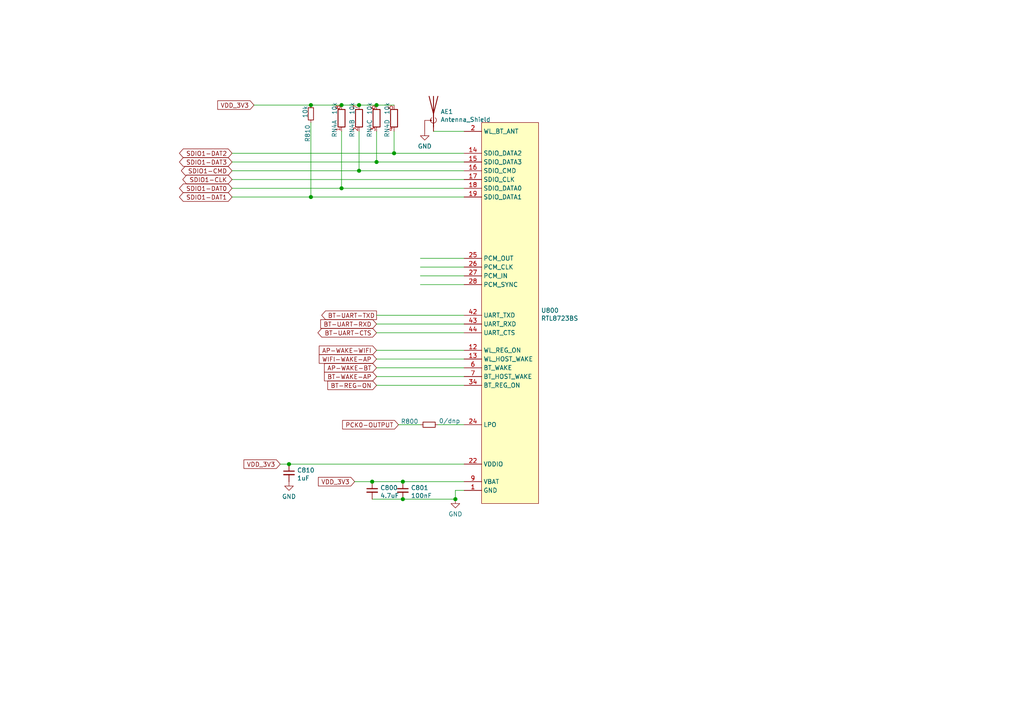
<source format=kicad_sch>
(kicad_sch (version 20210621) (generator eeschema)
  (paper "A4")
  (lib_symbols
    (symbol "Device:Antenna_Shield" (pin_numbers hide) (pin_names (offset 1.016) hide)
      (property "Reference" "AE" (at -1.905 4.445 0))
      (property "Value" "Antenna_Shield" (at -1.905 2.54 0))
      (symbol "Antenna_Shield_0_1"
        (arc (start 0 -2.667) (end -0.508 -1.143) (radius (at -0.0254 -1.8542) (length 0.8128) (angles -88.2 124.2)))
        (arc (start 0 -2.667) (end 0.508 -1.143) (radius (at 0.0254 -1.8542) (length 0.8128) (angles -91.8 55.8)))
        (circle (center 0.762 -1.905) (radius 0.1778) (fill (type outline)))
        (polyline (pts (xy 0 -2.54) (xy 0 0)))
        (polyline (pts (xy 0 5.08) (xy 0 -3.81)) (stroke (width 0.254)))
        (polyline (pts (xy 0.762 -1.905) (xy 2.54 -1.905)))
        (polyline (pts (xy 2.54 -2.54) (xy 2.54 -1.905)))
        (polyline (pts (xy 1.27 5.08) (xy 0 0) (xy -1.27 5.08)) (stroke (width 0.254)))
      )
      (symbol "Antenna_Shield_1_1"
        (pin input line (at 0 -5.08 90) (length 2.54) (name "A") (number "1"))
        (pin input line (at 2.54 -5.08 90) (length 2.54) (name "Shield") (number "2"))
      )
    )
    (symbol "Device:C_Small" (pin_numbers hide) (pin_names (offset 0.254) hide)
      (property "Reference" "C" (at 0.254 1.778 0))
      (property "Value" "C_Small" (at 0.254 -2.032 0))
      (symbol "C_Small_0_1"
        (polyline (pts (xy -1.524 -0.508) (xy 1.524 -0.508)) (stroke (width 0.3302)))
        (polyline (pts (xy -1.524 0.508) (xy 1.524 0.508)) (stroke (width 0.3048)))
      )
      (symbol "C_Small_1_1"
        (pin passive line (at 0 2.54 270) (length 2.032) (name "~") (number "1"))
        (pin passive line (at 0 -2.54 90) (length 2.032) (name "~") (number "2"))
      )
    )
    (symbol "Device:R_Pack04_Split" (pin_names (offset 0) hide)
      (property "Reference" "RN" (at 2.032 0 90))
      (property "Value" "R_Pack04_Split" (at 0 0 90))
      (symbol "R_Pack04_Split_0_1"
        (rectangle (start 1.016 2.54) (end -1.016 -2.54) (stroke (width 0.254)))
      )
      (symbol "R_Pack04_Split_1_1"
        (pin passive line (at 0 -3.81 90) (length 1.27) (name "R1.1") (number "1"))
        (pin passive line (at 0 3.81 270) (length 1.27) (name "R1.2") (number "8"))
      )
      (symbol "R_Pack04_Split_2_1"
        (pin passive line (at 0 -3.81 90) (length 1.27) (name "R2.1") (number "2"))
        (pin passive line (at 0 3.81 270) (length 1.27) (name "R2.2") (number "7"))
      )
      (symbol "R_Pack04_Split_3_1"
        (pin passive line (at 0 -3.81 90) (length 1.27) (name "R3.1") (number "3"))
        (pin passive line (at 0 3.81 270) (length 1.27) (name "R3.2") (number "6"))
      )
      (symbol "R_Pack04_Split_4_1"
        (pin passive line (at 0 -3.81 90) (length 1.27) (name "R4.1") (number "4"))
        (pin passive line (at 0 3.81 270) (length 1.27) (name "R4.2") (number "5"))
      )
    )
    (symbol "Device:R_Small" (pin_numbers hide) (pin_names (offset 0.254) hide)
      (property "Reference" "R" (at 0.762 0.508 0))
      (property "Value" "R_Small" (at 0.762 -1.016 0))
      (symbol "R_Small_0_1"
        (rectangle (start -0.762 1.778) (end 0.762 -1.778) (stroke (width 0.2032)))
      )
      (symbol "R_Small_1_1"
        (pin passive line (at 0 2.54 270) (length 0.762) (name "~") (number "1"))
        (pin passive line (at 0 -2.54 90) (length 0.762) (name "~") (number "2"))
      )
    )
    (symbol "power:GND" (power) (pin_names (offset 0))
      (property "Value" "GND" (at 0 -3.81 0))
      (symbol "GND_0_1"
        (polyline (pts (xy 0 0) (xy 0 -1.27) (xy 1.27 -1.27) (xy 0 -2.54) (xy -1.27 -1.27) (xy 0 -1.27)))
      )
      (symbol "GND_1_1"
        (pin power_in line (at 0 0 270) (length 0) hide (name "GND") (number "1"))
      )
    )
    (symbol "sdio:RTL8723BS"
      (property "Reference" "U" (at 0 6.35 0))
      (property "Value" "RTL8723BS" (at 0 3.81 0))
      (symbol "RTL8723BS_0_1"
        (rectangle (start -5.08 -1.27) (end 11.43 -111.76) (stroke (width 0.1524)) (fill (type background)))
      )
      (symbol "RTL8723BS_1_1"
        (pin passive line (at -10.16 -107.95 0) (length 5.08) (name "GND") (number "1"))
        (pin passive line (at -10.16 -67.31 0) (length 5.08) (name "WL_REG_ON") (number "12"))
        (pin passive line (at -10.16 -69.85 0) (length 5.08) (name "WL_HOST_WAKE") (number "13"))
        (pin passive line (at -10.16 -10.16 0) (length 5.08) (name "SDIO_DATA2") (number "14"))
        (pin passive line (at -10.16 -12.7 0) (length 5.08) (name "SDIO_DATA3") (number "15"))
        (pin passive line (at -10.16 -15.24 0) (length 5.08) (name "SDIO_CMD") (number "16"))
        (pin passive line (at -10.16 -17.78 0) (length 5.08) (name "SDIO_CLK") (number "17"))
        (pin passive line (at -10.16 -20.32 0) (length 5.08) (name "SDIO_DATA0") (number "18"))
        (pin passive line (at -10.16 -22.86 0) (length 5.08) (name "SDIO_DATA1") (number "19"))
        (pin passive line (at -10.16 -3.81 0) (length 5.08) (name "WL_BT_ANT") (number "2"))
        (pin passive line (at -10.16 -107.95 0) (length 5.08) hide (name "GND") (number "20"))
        (pin passive line (at -10.16 -100.33 0) (length 5.08) (name "VDDIO") (number "22"))
        (pin passive line (at -10.16 -88.9 0) (length 5.08) (name "LPO") (number "24"))
        (pin passive line (at -10.16 -40.64 0) (length 5.08) (name "PCM_OUT") (number "25"))
        (pin passive line (at -10.16 -43.18 0) (length 5.08) (name "PCM_CLK") (number "26"))
        (pin passive line (at -10.16 -45.72 0) (length 5.08) (name "PCM_IN") (number "27"))
        (pin passive line (at -10.16 -48.26 0) (length 5.08) (name "PCM_SYNC") (number "28"))
        (pin passive line (at -10.16 -107.95 0) (length 5.08) hide (name "GND") (number "3"))
        (pin passive line (at -10.16 -107.95 0) (length 5.08) hide (name "GND") (number "31"))
        (pin passive line (at -10.16 -107.95 0) (length 5.08) hide (name "GND") (number "33"))
        (pin passive line (at -10.16 -77.47 0) (length 5.08) (name "BT_REG_ON") (number "34"))
        (pin passive line (at -10.16 -107.95 0) (length 5.08) hide (name "GND") (number "36"))
        (pin passive line (at -10.16 -107.95 0) (length 5.08) hide (name "GND") (number "41"))
        (pin passive line (at -10.16 -57.15 0) (length 5.08) (name "UART_TXD") (number "42"))
        (pin passive line (at -10.16 -59.69 0) (length 5.08) (name "UART_RXD") (number "43"))
        (pin passive line (at -10.16 -62.23 0) (length 5.08) (name "UART_CTS") (number "44"))
        (pin passive line (at -10.16 -72.39 0) (length 5.08) (name "BT_WAKE") (number "6"))
        (pin passive line (at -10.16 -74.93 0) (length 5.08) (name "BT_HOST_WAKE") (number "7"))
        (pin passive line (at -10.16 -105.41 0) (length 5.08) (name "VBAT") (number "9"))
      )
    )
  )
  (junction (at 83.82 134.62) (diameter 1.016))
  (junction (at 90.17 30.48) (diameter 1.016))
  (junction (at 90.17 57.15) (diameter 1.016))
  (junction (at 99.06 30.48) (diameter 1.016))
  (junction (at 99.06 54.61) (diameter 1.016))
  (junction (at 104.14 30.48) (diameter 1.016))
  (junction (at 104.14 49.53) (diameter 1.016))
  (junction (at 107.95 139.7) (diameter 1.016))
  (junction (at 109.22 30.48) (diameter 1.016))
  (junction (at 109.22 46.99) (diameter 1.016))
  (junction (at 114.3 44.45) (diameter 1.016))
  (junction (at 116.84 139.7) (diameter 1.016))
  (junction (at 116.84 144.78) (diameter 1.016))
  (junction (at 132.08 144.78) (diameter 1.016))
  (wire (pts (xy 67.31 44.45) (xy 114.3 44.45)))
  (wire (pts (xy 67.31 46.99) (xy 109.22 46.99)))
  (wire (pts (xy 67.31 49.53) (xy 104.14 49.53)))
  (wire (pts (xy 67.31 52.07) (xy 134.62 52.07)))
  (wire (pts (xy 67.31 54.61) (xy 99.06 54.61)))
  (wire (pts (xy 67.31 57.15) (xy 90.17 57.15)))
  (wire (pts (xy 73.66 30.48) (xy 90.17 30.48)))
  (wire (pts (xy 81.28 134.62) (xy 83.82 134.62)))
  (wire (pts (xy 83.82 134.62) (xy 134.62 134.62)))
  (wire (pts (xy 90.17 30.48) (xy 99.06 30.48)))
  (wire (pts (xy 90.17 35.56) (xy 90.17 57.15)))
  (wire (pts (xy 90.17 57.15) (xy 134.62 57.15)))
  (wire (pts (xy 99.06 30.48) (xy 104.14 30.48)))
  (wire (pts (xy 99.06 38.1) (xy 99.06 54.61)))
  (wire (pts (xy 99.06 54.61) (xy 134.62 54.61)))
  (wire (pts (xy 102.87 139.7) (xy 107.95 139.7)))
  (wire (pts (xy 104.14 30.48) (xy 109.22 30.48)))
  (wire (pts (xy 104.14 38.1) (xy 104.14 49.53)))
  (wire (pts (xy 104.14 49.53) (xy 134.62 49.53)))
  (wire (pts (xy 107.95 139.7) (xy 116.84 139.7)))
  (wire (pts (xy 107.95 144.78) (xy 116.84 144.78)))
  (wire (pts (xy 109.22 30.48) (xy 114.3 30.48)))
  (wire (pts (xy 109.22 38.1) (xy 109.22 46.99)))
  (wire (pts (xy 109.22 46.99) (xy 134.62 46.99)))
  (wire (pts (xy 109.22 91.44) (xy 134.62 91.44)))
  (wire (pts (xy 109.22 93.98) (xy 134.62 93.98)))
  (wire (pts (xy 109.22 96.52) (xy 134.62 96.52)))
  (wire (pts (xy 109.22 101.6) (xy 134.62 101.6)))
  (wire (pts (xy 109.22 104.14) (xy 134.62 104.14)))
  (wire (pts (xy 109.22 106.68) (xy 134.62 106.68)))
  (wire (pts (xy 109.22 109.22) (xy 134.62 109.22)))
  (wire (pts (xy 109.22 111.76) (xy 134.62 111.76)))
  (wire (pts (xy 114.3 38.1) (xy 114.3 44.45)))
  (wire (pts (xy 114.3 44.45) (xy 134.62 44.45)))
  (wire (pts (xy 115.57 123.19) (xy 121.92 123.19)))
  (wire (pts (xy 116.84 139.7) (xy 134.62 139.7)))
  (wire (pts (xy 116.84 144.78) (xy 132.08 144.78)))
  (wire (pts (xy 121.92 74.93) (xy 134.62 74.93)))
  (wire (pts (xy 121.92 77.47) (xy 134.62 77.47)))
  (wire (pts (xy 121.92 80.01) (xy 134.62 80.01)))
  (wire (pts (xy 121.92 82.55) (xy 134.62 82.55)))
  (wire (pts (xy 125.73 38.1) (xy 134.62 38.1)))
  (wire (pts (xy 127 123.19) (xy 134.62 123.19)))
  (wire (pts (xy 132.08 142.24) (xy 132.08 144.78)))
  (wire (pts (xy 134.62 142.24) (xy 132.08 142.24)))
  (global_label "SDIO1-DAT2" (shape bidirectional) (at 67.31 44.45 180) (property "Intersheet References" "${INTERSHEET_REFS}" (effects hide)))
  (global_label "SDIO1-DAT3" (shape bidirectional) (at 67.31 46.99 180) (property "Intersheet References" "${INTERSHEET_REFS}" (effects hide)))
  (global_label "SDIO1-CMD" (shape bidirectional) (at 67.31 49.53 180) (property "Intersheet References" "${INTERSHEET_REFS}" (effects hide)))
  (global_label "SDIO1-CLK" (shape bidirectional) (at 67.31 52.07 180) (property "Intersheet References" "${INTERSHEET_REFS}" (effects hide)))
  (global_label "SDIO1-DAT0" (shape bidirectional) (at 67.31 54.61 180) (property "Intersheet References" "${INTERSHEET_REFS}" (effects hide)))
  (global_label "SDIO1-DAT1" (shape bidirectional) (at 67.31 57.15 180) (property "Intersheet References" "${INTERSHEET_REFS}" (effects hide)))
  (global_label "VDD_3V3" (shape input) (at 73.66 30.48 180) (property "Intersheet References" "${INTERSHEET_REFS}" (effects hide)))
  (global_label "VDD_3V3" (shape input) (at 81.28 134.62 180) (property "Intersheet References" "${INTERSHEET_REFS}" (effects hide)))
  (global_label "VDD_3V3" (shape input) (at 102.87 139.7 180) (property "Intersheet References" "${INTERSHEET_REFS}" (effects hide)))
  (global_label "BT-UART-TXD" (shape output) (at 109.22 91.44 180) (property "Intersheet References" "${INTERSHEET_REFS}" (effects hide)))
  (global_label "BT-UART-RXD" (shape input) (at 109.22 93.98 180) (property "Intersheet References" "${INTERSHEET_REFS}" (effects hide)))
  (global_label "BT-UART-CTS" (shape bidirectional) (at 109.22 96.52 180) (property "Intersheet References" "${INTERSHEET_REFS}" (effects hide)))
  (global_label "AP-WAKE-WIFI" (shape input) (at 109.22 101.6 180) (property "Intersheet References" "${INTERSHEET_REFS}" (effects hide)))
  (global_label "WIFI-WAKE-AP" (shape input) (at 109.22 104.14 180) (property "Intersheet References" "${INTERSHEET_REFS}" (effects hide)))
  (global_label "AP-WAKE-BT" (shape input) (at 109.22 106.68 180) (property "Intersheet References" "${INTERSHEET_REFS}" (effects hide)))
  (global_label "BT-WAKE-AP" (shape input) (at 109.22 109.22 180) (property "Intersheet References" "${INTERSHEET_REFS}" (effects hide)))
  (global_label "BT-REG-ON" (shape input) (at 109.22 111.76 180) (property "Intersheet References" "${INTERSHEET_REFS}" (effects hide)))
  (global_label "PCK0-OUTPUT" (shape input) (at 115.57 123.19 180) (property "Intersheet References" "${INTERSHEET_REFS}" (effects hide)))
  (symbol (lib_id "power:GND") (at 83.82 139.7 0) (unit 1)
    (property "Reference" "#PWR0130" (effects hide))
    (property "Value" "GND" (at 83.82 144.0244 0))
  )
  (symbol (lib_id "power:GND") (at 123.19 38.1 0) (unit 1)
    (property "Reference" "#PWR0127" (effects hide))
    (property "Value" "GND" (at 123.19 42.4244 0))
  )
  (symbol (lib_id "power:GND") (at 132.08 144.78 0) (unit 1)
    (property "Reference" "#PWR0128" (effects hide))
    (property "Value" "GND" (at 132.08 149.1044 0))
  )
  (symbol (lib_id "Device:R_Small") (at 90.17 33.02 180) (unit 1)
    (property "Reference" "R810" (at 89.2154 38.6794 90))
    (property "Value" "10k" (at 88.5161 32.4388 90))
    (property "Footprint" "Resistor_SMD:R_0402_1005Metric" (effects hide))
    (property "Datasheet" "~{}" (effects hide))
  )
  (symbol (lib_id "Device:R_Small") (at 124.46 123.19 90) (unit 1)
    (property "Reference" "R800" (at 118.8006 122.2354 90))
    (property "Value" "0/dnp" (at 130.3883 122.09 90))
    (property "Footprint" "Resistor_SMD:R_0402_1005Metric" (effects hide))
    (property "Datasheet" "~{}" (effects hide))
  )
  (symbol (lib_id "Device:C_Small") (at 83.82 137.16 0) (unit 1)
    (property "Reference" "C810" (at 86.1442 136.3991 0) (effects (justify left)))
    (property "Value" "1uF" (at 86.1442 138.6978 0) (effects (justify left)))
    (property "Footprint" "Capacitor_SMD:C_0402_1005Metric" (effects hide))
    (property "Datasheet" "~{}" (effects hide))
  )
  (symbol (lib_id "Device:C_Small") (at 107.95 142.24 0) (unit 1)
    (property "Reference" "C800" (at 110.2742 141.4791 0) (effects (justify left)))
    (property "Value" "4.7uF" (at 110.2742 143.7778 0) (effects (justify left)))
    (property "Footprint" "Capacitor_SMD:C_0603_1608Metric" (effects hide))
    (property "Datasheet" "~{}" (effects hide))
  )
  (symbol (lib_id "Device:C_Small") (at 116.84 142.24 0) (unit 1)
    (property "Reference" "C801" (at 119.1642 141.4791 0) (effects (justify left)))
    (property "Value" "100nF" (at 119.1642 143.7778 0) (effects (justify left)))
    (property "Footprint" "Capacitor_SMD:C_0402_1005Metric" (effects hide))
    (property "Datasheet" "~{}" (effects hide))
  )
  (symbol (lib_id "Device:R_Pack04_Split") (at 99.06 34.29 0) (unit 1)
    (property "Reference" "RN4" (at 97.0281 39.8791 90) (effects (justify left)))
    (property "Value" "10k" (at 97.0281 33.2878 90) (effects (justify left)))
    (property "Footprint" "Resistor_SMD:R_Array_Convex_4x0402" (effects hide))
    (property "Datasheet" "~{}" (effects hide))
  )
  (symbol (lib_id "Device:R_Pack04_Split") (at 104.14 34.29 0) (unit 2)
    (property "Reference" "RN4" (at 102.1081 39.8791 90) (effects (justify left)))
    (property "Value" "10k" (at 102.1081 33.2878 90) (effects (justify left)))
    (property "Footprint" "Resistor_SMD:R_Array_Convex_4x0402" (effects hide))
    (property "Datasheet" "~{}" (effects hide))
  )
  (symbol (lib_id "Device:R_Pack04_Split") (at 109.22 34.29 0) (unit 3)
    (property "Reference" "RN4" (at 107.1881 39.8791 90) (effects (justify left)))
    (property "Value" "10k" (at 107.1881 33.2878 90) (effects (justify left)))
    (property "Footprint" "Resistor_SMD:R_Array_Convex_4x0402" (effects hide))
    (property "Datasheet" "~{}" (effects hide))
  )
  (symbol (lib_id "Device:R_Pack04_Split") (at 114.3 34.29 0) (unit 4)
    (property "Reference" "RN4" (at 112.2681 39.8791 90) (effects (justify left)))
    (property "Value" "10k" (at 112.2681 33.2878 90) (effects (justify left)))
    (property "Footprint" "Resistor_SMD:R_Array_Convex_4x0402" (effects hide))
    (property "Datasheet" "~{}" (effects hide))
  )
  (symbol (lib_id "Device:Antenna_Shield") (at 125.73 33.02 0) (mirror y) (unit 1)
    (property "Reference" "AE1" (at 127.7621 32.3861 0) (effects (justify right)))
    (property "Value" "Antenna_Shield" (at 127.7621 34.6848 0) (effects (justify right)))
    (property "Footprint" "Connector_Coaxial:U.FL_Hirose_U.FL-R-SMT-1_Vertical" (effects hide))
    (property "Datasheet" "~{}" (effects hide))
  )
  (symbol (lib_id "sdio:RTL8723BS") (at 144.78 34.29 0) (unit 1)
    (property "Reference" "U800" (at 156.9213 90.0441 0) (effects (justify left)))
    (property "Value" "RTL8723BS" (at 156.9213 92.3428 0) (effects (justify left)))
    (property "Footprint" "sdio:lga44_12x12mm_P0.9" (effects hide))
  )
)
</source>
